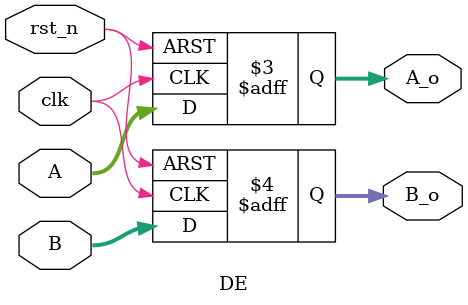
<source format=v>
module DE(
	input clk,
	input rst_n,
	
	input  [7:0]    A,
	input  [7:0]    B,
	
	output reg [7:0]    A_o,
	output reg [7:0]    B_o
);

	
	always@(posedge clk or negedge rst_n)begin
		if(!rst_n)begin
			A_o <= 0;
			B_o <= 0;
		end
		else begin
			A_o <= A;
			B_o <= B;
		end
	end
endmodule
</source>
